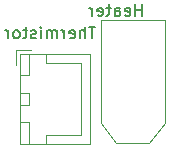
<source format=gbr>
G04 #@! TF.GenerationSoftware,KiCad,Pcbnew,(5.1.6)-1*
G04 #@! TF.CreationDate,2020-11-03T23:41:07+03:00*
G04 #@! TF.ProjectId,UlTi_head_connector,556c5469-5f68-4656-9164-5f636f6e6e65,rev?*
G04 #@! TF.SameCoordinates,Original*
G04 #@! TF.FileFunction,Legend,Bot*
G04 #@! TF.FilePolarity,Positive*
%FSLAX46Y46*%
G04 Gerber Fmt 4.6, Leading zero omitted, Abs format (unit mm)*
G04 Created by KiCad (PCBNEW (5.1.6)-1) date 2020-11-03 23:41:07*
%MOMM*%
%LPD*%
G01*
G04 APERTURE LIST*
%ADD10C,0.120000*%
%ADD11C,0.150000*%
G04 APERTURE END LIST*
D10*
X101898000Y-40838000D02*
X103148000Y-40838000D01*
X101898000Y-42088000D02*
X101898000Y-40838000D01*
X107398000Y-47988000D02*
X107398000Y-44938000D01*
X104448000Y-47988000D02*
X107398000Y-47988000D01*
X104448000Y-48738000D02*
X104448000Y-47988000D01*
X107398000Y-41888000D02*
X107398000Y-44938000D01*
X104448000Y-41888000D02*
X107398000Y-41888000D01*
X104448000Y-41138000D02*
X104448000Y-41888000D01*
X102198000Y-48738000D02*
X102198000Y-46938000D01*
X102948000Y-48738000D02*
X102198000Y-48738000D01*
X102948000Y-46938000D02*
X102948000Y-48738000D01*
X102198000Y-46938000D02*
X102948000Y-46938000D01*
X102198000Y-42938000D02*
X102198000Y-41138000D01*
X102948000Y-42938000D02*
X102198000Y-42938000D01*
X102948000Y-41138000D02*
X102948000Y-42938000D01*
X102198000Y-41138000D02*
X102948000Y-41138000D01*
X102198000Y-45438000D02*
X102198000Y-44438000D01*
X102948000Y-45438000D02*
X102198000Y-45438000D01*
X102948000Y-44438000D02*
X102948000Y-45438000D01*
X102198000Y-44438000D02*
X102948000Y-44438000D01*
X102188000Y-48748000D02*
X102188000Y-41128000D01*
X108158000Y-48748000D02*
X102188000Y-48748000D01*
X108158000Y-41128000D02*
X108158000Y-48748000D01*
X102188000Y-41128000D02*
X108158000Y-41128000D01*
X113170000Y-48684000D02*
X110350000Y-48684000D01*
X110350000Y-48684000D02*
X109050000Y-46984000D01*
X113170000Y-48684000D02*
X114470000Y-46984000D01*
X109050000Y-46984000D02*
X109050000Y-38264000D01*
X114470000Y-38264000D02*
X109050000Y-38264000D01*
X114470000Y-46984000D02*
X114470000Y-38264000D01*
D11*
X108608333Y-38822380D02*
X108036904Y-38822380D01*
X108322619Y-39822380D02*
X108322619Y-38822380D01*
X107703571Y-39822380D02*
X107703571Y-38822380D01*
X107275000Y-39822380D02*
X107275000Y-39298571D01*
X107322619Y-39203333D01*
X107417857Y-39155714D01*
X107560714Y-39155714D01*
X107655952Y-39203333D01*
X107703571Y-39250952D01*
X106417857Y-39774761D02*
X106513095Y-39822380D01*
X106703571Y-39822380D01*
X106798809Y-39774761D01*
X106846428Y-39679523D01*
X106846428Y-39298571D01*
X106798809Y-39203333D01*
X106703571Y-39155714D01*
X106513095Y-39155714D01*
X106417857Y-39203333D01*
X106370238Y-39298571D01*
X106370238Y-39393809D01*
X106846428Y-39489047D01*
X105941666Y-39822380D02*
X105941666Y-39155714D01*
X105941666Y-39346190D02*
X105894047Y-39250952D01*
X105846428Y-39203333D01*
X105751190Y-39155714D01*
X105655952Y-39155714D01*
X105322619Y-39822380D02*
X105322619Y-39155714D01*
X105322619Y-39250952D02*
X105275000Y-39203333D01*
X105179761Y-39155714D01*
X105036904Y-39155714D01*
X104941666Y-39203333D01*
X104894047Y-39298571D01*
X104894047Y-39822380D01*
X104894047Y-39298571D02*
X104846428Y-39203333D01*
X104751190Y-39155714D01*
X104608333Y-39155714D01*
X104513095Y-39203333D01*
X104465476Y-39298571D01*
X104465476Y-39822380D01*
X103989285Y-39822380D02*
X103989285Y-39155714D01*
X103989285Y-38822380D02*
X104036904Y-38870000D01*
X103989285Y-38917619D01*
X103941666Y-38870000D01*
X103989285Y-38822380D01*
X103989285Y-38917619D01*
X103560714Y-39774761D02*
X103465476Y-39822380D01*
X103275000Y-39822380D01*
X103179761Y-39774761D01*
X103132142Y-39679523D01*
X103132142Y-39631904D01*
X103179761Y-39536666D01*
X103275000Y-39489047D01*
X103417857Y-39489047D01*
X103513095Y-39441428D01*
X103560714Y-39346190D01*
X103560714Y-39298571D01*
X103513095Y-39203333D01*
X103417857Y-39155714D01*
X103275000Y-39155714D01*
X103179761Y-39203333D01*
X102846428Y-39155714D02*
X102465476Y-39155714D01*
X102703571Y-38822380D02*
X102703571Y-39679523D01*
X102655952Y-39774761D01*
X102560714Y-39822380D01*
X102465476Y-39822380D01*
X101989285Y-39822380D02*
X102084523Y-39774761D01*
X102132142Y-39727142D01*
X102179761Y-39631904D01*
X102179761Y-39346190D01*
X102132142Y-39250952D01*
X102084523Y-39203333D01*
X101989285Y-39155714D01*
X101846428Y-39155714D01*
X101751190Y-39203333D01*
X101703571Y-39250952D01*
X101655952Y-39346190D01*
X101655952Y-39631904D01*
X101703571Y-39727142D01*
X101751190Y-39774761D01*
X101846428Y-39822380D01*
X101989285Y-39822380D01*
X101227380Y-39822380D02*
X101227380Y-39155714D01*
X101227380Y-39346190D02*
X101179761Y-39250952D01*
X101132142Y-39203333D01*
X101036904Y-39155714D01*
X100941666Y-39155714D01*
X112566176Y-37917380D02*
X112566176Y-36917380D01*
X112566176Y-37393571D02*
X111994747Y-37393571D01*
X111994747Y-37917380D02*
X111994747Y-36917380D01*
X111137604Y-37869761D02*
X111232842Y-37917380D01*
X111423319Y-37917380D01*
X111518557Y-37869761D01*
X111566176Y-37774523D01*
X111566176Y-37393571D01*
X111518557Y-37298333D01*
X111423319Y-37250714D01*
X111232842Y-37250714D01*
X111137604Y-37298333D01*
X111089985Y-37393571D01*
X111089985Y-37488809D01*
X111566176Y-37584047D01*
X110232842Y-37917380D02*
X110232842Y-37393571D01*
X110280461Y-37298333D01*
X110375700Y-37250714D01*
X110566176Y-37250714D01*
X110661414Y-37298333D01*
X110232842Y-37869761D02*
X110328080Y-37917380D01*
X110566176Y-37917380D01*
X110661414Y-37869761D01*
X110709033Y-37774523D01*
X110709033Y-37679285D01*
X110661414Y-37584047D01*
X110566176Y-37536428D01*
X110328080Y-37536428D01*
X110232842Y-37488809D01*
X109899509Y-37250714D02*
X109518557Y-37250714D01*
X109756652Y-36917380D02*
X109756652Y-37774523D01*
X109709033Y-37869761D01*
X109613795Y-37917380D01*
X109518557Y-37917380D01*
X108804271Y-37869761D02*
X108899509Y-37917380D01*
X109089985Y-37917380D01*
X109185223Y-37869761D01*
X109232842Y-37774523D01*
X109232842Y-37393571D01*
X109185223Y-37298333D01*
X109089985Y-37250714D01*
X108899509Y-37250714D01*
X108804271Y-37298333D01*
X108756652Y-37393571D01*
X108756652Y-37488809D01*
X109232842Y-37584047D01*
X108328080Y-37917380D02*
X108328080Y-37250714D01*
X108328080Y-37441190D02*
X108280461Y-37345952D01*
X108232842Y-37298333D01*
X108137604Y-37250714D01*
X108042366Y-37250714D01*
M02*

</source>
